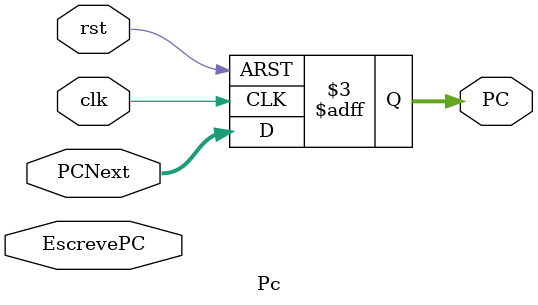
<source format=v>
`ifndef PARAM
	`include "Parametros.v"
`endif

module Pc(
	input clk,
	input rst,
   input [31:0] PCNext,
	input EscrevePC,
   output [31:0]PC
);
initial
	begin
		PC<=32'h0040_0000;
	end
   
always @(posedge clk or posedge rst)
	begin
		if(rst)
			PC <= 32'h0040_0000;
		else
			PC <= PCNext;
	end
endmodule
</source>
